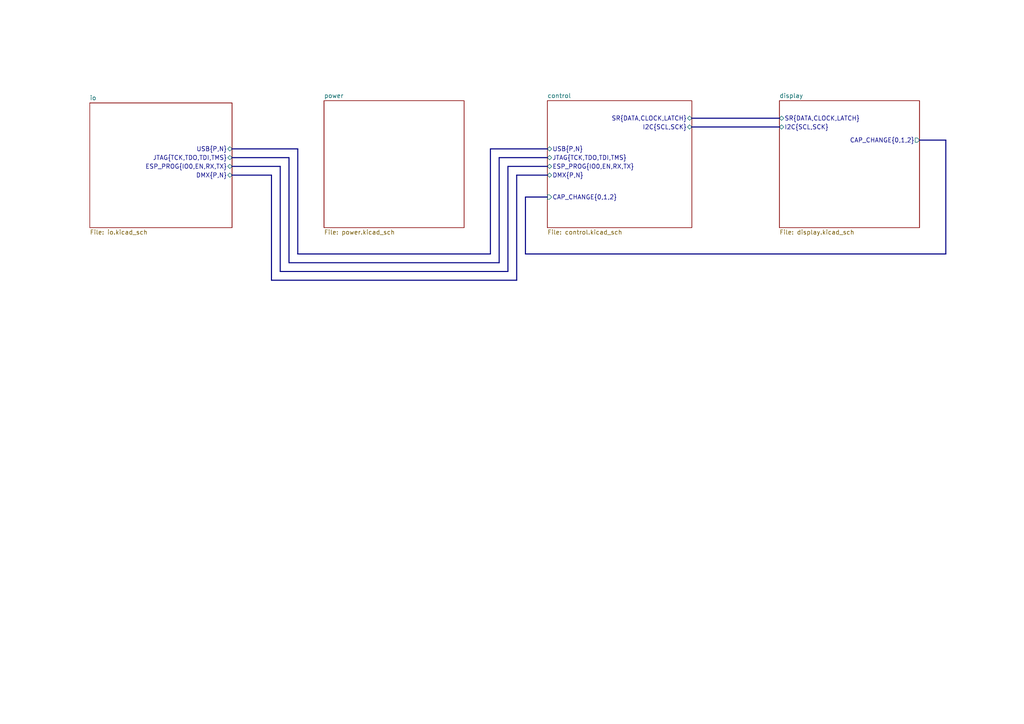
<source format=kicad_sch>
(kicad_sch (version 20230121) (generator eeschema)
  (paper "A4")
  (lib_symbols)
  (bus (pts (xy 200.66 36.83) (xy 226.06 36.83)))
  (bus (pts (xy 67.31 50.8) (xy 78.74 50.8)))
  (bus (pts (xy 144.78 76.2) (xy 144.78 45.72)))
  (bus (pts (xy 274.32 73.66) (xy 152.4 73.66)))
  (bus (pts (xy 67.31 45.72) (xy 83.82 45.72)))
  (bus (pts (xy 83.82 76.2) (xy 144.78 76.2)))
  (bus (pts (xy 142.24 43.18) (xy 142.24 73.66)))
  (bus (pts (xy 200.66 34.29) (xy 226.06 34.29)))
  (bus (pts (xy 149.86 50.8) (xy 158.75 50.8)))
  (bus (pts (xy 86.36 73.66) (xy 86.36 43.18)))
  (bus (pts (xy 144.78 45.72) (xy 158.75 45.72)))
  (bus (pts (xy 152.4 57.15) (xy 158.75 57.15)))
  (bus (pts (xy 274.32 40.64) (xy 274.32 73.66)))
  (bus (pts (xy 147.32 48.26) (xy 147.32 78.74)))
  (bus (pts (xy 147.32 78.74) (xy 81.28 78.74)))
  (bus (pts (xy 152.4 73.66) (xy 152.4 57.15)))
  (bus (pts (xy 158.75 43.18) (xy 142.24 43.18)))
  (bus (pts (xy 81.28 78.74) (xy 81.28 48.26)))
  (bus (pts (xy 78.74 81.28) (xy 149.86 81.28)))
  (bus (pts (xy 142.24 73.66) (xy 86.36 73.66)))
  (bus (pts (xy 149.86 81.28) (xy 149.86 50.8)))
  (bus (pts (xy 266.7 40.64) (xy 274.32 40.64)))
  (bus (pts (xy 158.75 48.26) (xy 147.32 48.26)))
  (bus (pts (xy 81.28 48.26) (xy 67.31 48.26)))
  (bus (pts (xy 83.82 45.72) (xy 83.82 76.2)))
  (bus (pts (xy 78.74 50.8) (xy 78.74 81.28)))
  (bus (pts (xy 86.36 43.18) (xy 67.31 43.18)))
  (sheet (at 26.035 29.845) (size 41.275 36.195) (stroke (width 0.1524))
    (property "Sheetname" "io" (at 26.035 29.1334 0) (effects (justify left bottom)))
    (property "Sheetfile" "io.kicad_sch" (at 26.035 66.6246 0) (effects (justify left top)))
    (pin "USB{P,N}" bidirectional (at 67.31 43.18 0))
    (pin "JTAG{TCK,TDO,TDI,TMS}" bidirectional (at 67.31 45.72 0))
    (pin "ESP_PROG{IO0,EN,RX,TX}" bidirectional (at 67.31 48.26 0))
    (pin "DMX{P,N}" bidirectional (at 67.31 50.8 0))
  )
  (sheet (at 93.98 29.21) (size 40.64 36.83) (stroke (width 0.1524))
    (property "Sheetname" "power" (at 93.98 28.4984 0) (effects (justify left bottom)))
    (property "Sheetfile" "power.kicad_sch" (at 93.98 66.6246 0) (effects (justify left top)))
  )
  (sheet (at 226.06 29.21) (size 40.64 36.83) (stroke (width 0.1524))
    (property "Sheetname" "display" (at 226.06 28.4984 0) (effects (justify left bottom)))
    (property "Sheetfile" "display.kicad_sch" (at 226.06 66.6246 0) (effects (justify left top)))
    (pin "I2C{SCL,SCK}" bidirectional (at 226.06 36.83 180))
    (pin "SR{DATA,CLOCK,LATCH}" bidirectional (at 226.06 34.29 180))
    (pin "CAP_CHANGE{0,1,2}" output (at 266.7 40.64 0))
  )
  (sheet (at 158.75 29.21) (size 41.91 36.83) (stroke (width 0.1524))
    (property "Sheetname" "control" (at 158.75 28.4984 0) (effects (justify left bottom)))
    (property "Sheetfile" "control.kicad_sch" (at 158.75 66.6246 0) (effects (justify left top)))
    (pin "JTAG{TCK,TDO,TDI,TMS}" bidirectional (at 158.75 45.72 180))
    (pin "USB{P,N}" bidirectional (at 158.75 43.18 180))
    (pin "ESP_PROG{IO0,EN,RX,TX}" bidirectional (at 158.75 48.26 180))
    (pin "SR{DATA,CLOCK,LATCH}" bidirectional (at 200.66 34.29 0))
    (pin "I2C{SCL,SCK}" bidirectional (at 200.66 36.83 0))
    (pin "DMX{P,N}" bidirectional (at 158.75 50.8 180))
    (pin "CAP_CHANGE{0,1,2}" input (at 158.75 57.15 180))
  )
)
</source>
